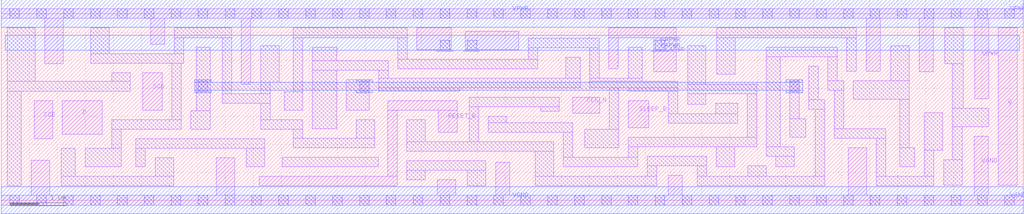
<source format=lef>
# Copyright 2020 The SkyWater PDK Authors
#
# Licensed under the Apache License, Version 2.0 (the "License");
# you may not use this file except in compliance with the License.
# You may obtain a copy of the License at
#
#     https://www.apache.org/licenses/LICENSE-2.0
#
# Unless required by applicable law or agreed to in writing, software
# distributed under the License is distributed on an "AS IS" BASIS,
# WITHOUT WARRANTIES OR CONDITIONS OF ANY KIND, either express or implied.
# See the License for the specific language governing permissions and
# limitations under the License.
#
# SPDX-License-Identifier: Apache-2.0

VERSION 5.7 ;
  NAMESCASESENSITIVE ON ;
  NOWIREEXTENSIONATPIN ON ;
  DIVIDERCHAR "/" ;
  BUSBITCHARS "[]" ;
UNITS
  DATABASE MICRONS 200 ;
END UNITS
MACRO sky130_fd_sc_lp__srsdfrtn_1
  CLASS CORE ;
  SOURCE USER ;
  FOREIGN sky130_fd_sc_lp__srsdfrtn_1 ;
  ORIGIN  0.000000  0.000000 ;
  SIZE  18.24000 BY  3.330000 ;
  SYMMETRY X Y R90 ;
  SITE unit ;
  PIN D
    ANTENNAGATEAREA  0.159000 ;
    DIRECTION INPUT ;
    USE SIGNAL ;
    PORT
      LAYER li1 ;
        RECT 1.085000 1.180000 1.805000 1.780000 ;
    END
  END D
  PIN Q
    ANTENNADIFFAREA  0.585900 ;
    DIRECTION OUTPUT ;
    USE SIGNAL ;
    PORT
      LAYER li1 ;
        RECT 17.795000 0.265000 18.135000 3.075000 ;
    END
  END Q
  PIN RESET_B
    ANTENNAGATEAREA  0.598000 ;
    DIRECTION INPUT ;
    USE SIGNAL ;
    PORT
      LAYER li1 ;
        RECT 4.605000 0.255000 7.070000 0.425000 ;
        RECT 6.900000 0.425000 7.070000 1.610000 ;
        RECT 6.900000 1.610000 8.140000 1.780000 ;
        RECT 7.805000 1.215000 8.140000 1.610000 ;
    END
  END RESET_B
  PIN SCD
    ANTENNAGATEAREA  0.159000 ;
    DIRECTION INPUT ;
    USE SIGNAL ;
    PORT
      LAYER li1 ;
        RECT 2.525000 1.605000 2.870000 2.275000 ;
    END
  END SCD
  PIN SCE
    ANTENNAGATEAREA  0.318000 ;
    DIRECTION INPUT ;
    USE SIGNAL ;
    PORT
      LAYER li1 ;
        RECT 0.585000 1.095000 0.915000 1.780000 ;
    END
  END SCE
  PIN SLEEP_B
    ANTENNAGATEAREA  0.598000 ;
    DIRECTION INPUT ;
    USE SIGNAL ;
    PORT
      LAYER li1 ;
        RECT 11.195000 1.295000 11.560000 1.780000 ;
    END
  END SLEEP_B
  PIN CLK_N
    ANTENNAGATEAREA  0.159000 ;
    DIRECTION INPUT ;
    USE CLOCK ;
    PORT
      LAYER li1 ;
        RECT 10.205000 1.555000 10.685000 1.840000 ;
    END
  END CLK_N
  PIN KAPWR
    DIRECTION INOUT ;
    USE POWER ;
    PORT
      LAYER li1 ;
        RECT  7.415000 2.690000  8.035000 3.075000 ;
        RECT  8.285000 2.690000  9.240000 3.020000 ;
        RECT 10.845000 2.350000 11.015000 2.905000 ;
        RECT 10.845000 2.905000 12.050000 3.075000 ;
        RECT 11.645000 2.290000 12.050000 2.905000 ;
      LAYER mcon ;
        RECT  7.835000 2.690000  8.005000 2.860000 ;
        RECT  8.315000 2.690000  8.485000 2.860000 ;
        RECT 11.675000 2.690000 11.845000 2.860000 ;
      LAYER met1 ;
        RECT  0.070000 2.675000 18.170000 2.945000 ;
        RECT  7.775000 2.660000  8.065000 2.675000 ;
        RECT  8.255000 2.660000  8.545000 2.675000 ;
        RECT 11.615000 2.660000 11.905000 2.675000 ;
    END
  END KAPWR
  PIN VGND
    DIRECTION INOUT ;
    USE GROUND ;
    PORT
      LAYER li1 ;
        RECT  0.000000 -0.085000 18.240000 0.085000 ;
        RECT  0.535000  0.085000  0.865000 0.715000 ;
        RECT  3.835000  0.085000  4.165000 0.755000 ;
        RECT  7.780000  0.085000  8.110000 0.365000 ;
        RECT  8.825000  0.085000  9.075000 0.675000 ;
        RECT 11.910000  0.085000 12.160000 0.445000 ;
        RECT 15.120000  0.085000 15.450000 0.935000 ;
        RECT 17.365000  0.085000 17.615000 1.145000 ;
      LAYER mcon ;
        RECT  0.155000 -0.085000  0.325000 0.085000 ;
        RECT  0.635000 -0.085000  0.805000 0.085000 ;
        RECT  1.115000 -0.085000  1.285000 0.085000 ;
        RECT  1.595000 -0.085000  1.765000 0.085000 ;
        RECT  2.075000 -0.085000  2.245000 0.085000 ;
        RECT  2.555000 -0.085000  2.725000 0.085000 ;
        RECT  3.035000 -0.085000  3.205000 0.085000 ;
        RECT  3.515000 -0.085000  3.685000 0.085000 ;
        RECT  3.995000 -0.085000  4.165000 0.085000 ;
        RECT  4.475000 -0.085000  4.645000 0.085000 ;
        RECT  4.955000 -0.085000  5.125000 0.085000 ;
        RECT  5.435000 -0.085000  5.605000 0.085000 ;
        RECT  5.915000 -0.085000  6.085000 0.085000 ;
        RECT  6.395000 -0.085000  6.565000 0.085000 ;
        RECT  6.875000 -0.085000  7.045000 0.085000 ;
        RECT  7.355000 -0.085000  7.525000 0.085000 ;
        RECT  7.835000 -0.085000  8.005000 0.085000 ;
        RECT  8.315000 -0.085000  8.485000 0.085000 ;
        RECT  8.795000 -0.085000  8.965000 0.085000 ;
        RECT  9.275000 -0.085000  9.445000 0.085000 ;
        RECT  9.755000 -0.085000  9.925000 0.085000 ;
        RECT 10.235000 -0.085000 10.405000 0.085000 ;
        RECT 10.715000 -0.085000 10.885000 0.085000 ;
        RECT 11.195000 -0.085000 11.365000 0.085000 ;
        RECT 11.675000 -0.085000 11.845000 0.085000 ;
        RECT 12.155000 -0.085000 12.325000 0.085000 ;
        RECT 12.635000 -0.085000 12.805000 0.085000 ;
        RECT 13.115000 -0.085000 13.285000 0.085000 ;
        RECT 13.595000 -0.085000 13.765000 0.085000 ;
        RECT 14.075000 -0.085000 14.245000 0.085000 ;
        RECT 14.555000 -0.085000 14.725000 0.085000 ;
        RECT 15.035000 -0.085000 15.205000 0.085000 ;
        RECT 15.515000 -0.085000 15.685000 0.085000 ;
        RECT 15.995000 -0.085000 16.165000 0.085000 ;
        RECT 16.475000 -0.085000 16.645000 0.085000 ;
        RECT 16.955000 -0.085000 17.125000 0.085000 ;
        RECT 17.435000 -0.085000 17.605000 0.085000 ;
        RECT 17.915000 -0.085000 18.085000 0.085000 ;
      LAYER met1 ;
        RECT 0.000000 -0.245000 18.240000 0.245000 ;
    END
  END VGND
  PIN VPWR
    DIRECTION INOUT ;
    USE POWER ;
    PORT
      LAYER li1 ;
        RECT  0.000000 3.245000 18.240000 3.415000 ;
        RECT  0.780000 2.435000  1.110000 3.245000 ;
        RECT  2.670000 2.785000  2.920000 3.245000 ;
        RECT  4.285000 2.075000  4.455000 3.245000 ;
        RECT 15.445000 2.305000 15.695000 3.245000 ;
        RECT 16.385000 2.295000 16.635000 3.245000 ;
        RECT 17.375000 1.815000 17.625000 3.245000 ;
      LAYER mcon ;
        RECT  0.155000 3.245000  0.325000 3.415000 ;
        RECT  0.635000 3.245000  0.805000 3.415000 ;
        RECT  1.115000 3.245000  1.285000 3.415000 ;
        RECT  1.595000 3.245000  1.765000 3.415000 ;
        RECT  2.075000 3.245000  2.245000 3.415000 ;
        RECT  2.555000 3.245000  2.725000 3.415000 ;
        RECT  3.035000 3.245000  3.205000 3.415000 ;
        RECT  3.515000 3.245000  3.685000 3.415000 ;
        RECT  3.995000 3.245000  4.165000 3.415000 ;
        RECT  4.475000 3.245000  4.645000 3.415000 ;
        RECT  4.955000 3.245000  5.125000 3.415000 ;
        RECT  5.435000 3.245000  5.605000 3.415000 ;
        RECT  5.915000 3.245000  6.085000 3.415000 ;
        RECT  6.395000 3.245000  6.565000 3.415000 ;
        RECT  6.875000 3.245000  7.045000 3.415000 ;
        RECT  7.355000 3.245000  7.525000 3.415000 ;
        RECT  7.835000 3.245000  8.005000 3.415000 ;
        RECT  8.315000 3.245000  8.485000 3.415000 ;
        RECT  8.795000 3.245000  8.965000 3.415000 ;
        RECT  9.275000 3.245000  9.445000 3.415000 ;
        RECT  9.755000 3.245000  9.925000 3.415000 ;
        RECT 10.235000 3.245000 10.405000 3.415000 ;
        RECT 10.715000 3.245000 10.885000 3.415000 ;
        RECT 11.195000 3.245000 11.365000 3.415000 ;
        RECT 11.675000 3.245000 11.845000 3.415000 ;
        RECT 12.155000 3.245000 12.325000 3.415000 ;
        RECT 12.635000 3.245000 12.805000 3.415000 ;
        RECT 13.115000 3.245000 13.285000 3.415000 ;
        RECT 13.595000 3.245000 13.765000 3.415000 ;
        RECT 14.075000 3.245000 14.245000 3.415000 ;
        RECT 14.555000 3.245000 14.725000 3.415000 ;
        RECT 15.035000 3.245000 15.205000 3.415000 ;
        RECT 15.515000 3.245000 15.685000 3.415000 ;
        RECT 15.995000 3.245000 16.165000 3.415000 ;
        RECT 16.475000 3.245000 16.645000 3.415000 ;
        RECT 16.955000 3.245000 17.125000 3.415000 ;
        RECT 17.435000 3.245000 17.605000 3.415000 ;
        RECT 17.915000 3.245000 18.085000 3.415000 ;
      LAYER met1 ;
        RECT 0.000000 3.085000 18.240000 3.575000 ;
    END
  END VPWR
  OBS
    LAYER li1 ;
      RECT  0.105000 0.255000  0.355000 1.950000 ;
      RECT  0.105000 1.950000  2.305000 2.120000 ;
      RECT  0.105000 2.120000  0.610000 3.075000 ;
      RECT  1.070000 0.255000  3.080000 0.425000 ;
      RECT  1.070000 0.425000  1.320000 0.925000 ;
      RECT  1.500000 0.595000  2.145000 0.925000 ;
      RECT  1.600000 2.445000  3.260000 2.615000 ;
      RECT  1.600000 2.615000  1.930000 3.075000 ;
      RECT  1.975000 0.925000  2.145000 1.265000 ;
      RECT  1.975000 1.265000  3.210000 1.435000 ;
      RECT  1.975000 1.945000  2.305000 1.950000 ;
      RECT  1.975000 2.120000  2.305000 2.275000 ;
      RECT  2.400000 0.595000  2.570000 0.925000 ;
      RECT  2.400000 0.925000  4.700000 1.095000 ;
      RECT  2.750000 0.425000  3.080000 0.755000 ;
      RECT  3.040000 1.435000  3.210000 2.445000 ;
      RECT  3.090000 2.615000  3.260000 2.905000 ;
      RECT  3.090000 2.905000  4.115000 3.075000 ;
      RECT  3.380000 1.265000  3.735000 1.595000 ;
      RECT  3.485000 1.595000  3.735000 2.735000 ;
      RECT  3.945000 1.735000  4.805000 1.905000 ;
      RECT  3.945000 1.905000  4.115000 2.905000 ;
      RECT  4.370000 0.595000  4.700000 0.925000 ;
      RECT  4.635000 1.265000  5.380000 1.435000 ;
      RECT  4.635000 1.435000  4.805000 1.735000 ;
      RECT  4.635000 1.905000  4.805000 2.105000 ;
      RECT  4.635000 2.105000  4.965000 2.755000 ;
      RECT  5.015000 0.595000  6.730000 0.765000 ;
      RECT  5.050000 1.605000  5.380000 1.935000 ;
      RECT  5.210000 0.935000  6.670000 1.105000 ;
      RECT  5.210000 1.105000  5.380000 1.265000 ;
      RECT  5.210000 1.935000  5.380000 2.905000 ;
      RECT  5.210000 2.905000  7.245000 3.075000 ;
      RECT  5.550000 1.275000  5.985000 2.320000 ;
      RECT  5.550000 2.320000  6.905000 2.490000 ;
      RECT  5.550000 2.490000  5.985000 2.735000 ;
      RECT  6.155000 1.605000  6.565000 2.150000 ;
      RECT  6.340000 1.105000  6.670000 1.435000 ;
      RECT  6.735000 1.950000  8.185000 2.010000 ;
      RECT  6.735000 2.010000 10.335000 2.180000 ;
      RECT  6.735000 2.180000  6.905000 2.320000 ;
      RECT  7.075000 2.350000  9.580000 2.520000 ;
      RECT  7.075000 2.520000  7.245000 2.905000 ;
      RECT  7.240000 0.365000  7.570000 0.535000 ;
      RECT  7.240000 0.535000  8.645000 0.705000 ;
      RECT  7.240000 0.875000  9.865000 1.045000 ;
      RECT  7.240000 1.045000  7.570000 1.440000 ;
      RECT  8.315000 0.255000  8.645000 0.535000 ;
      RECT  8.355000 1.045000  8.525000 1.670000 ;
      RECT  8.355000 1.670000  9.960000 1.840000 ;
      RECT  8.695000 1.215000 10.205000 1.385000 ;
      RECT  8.695000 1.385000  9.025000 1.500000 ;
      RECT  9.410000 2.520000  9.580000 2.725000 ;
      RECT  9.410000 2.725000 10.675000 2.895000 ;
      RECT  9.535000 0.255000 11.705000 0.425000 ;
      RECT  9.535000 0.425000  9.865000 0.875000 ;
      RECT  9.630000 1.590000  9.960000 1.670000 ;
      RECT 10.035000 0.595000 11.365000 0.765000 ;
      RECT 10.035000 0.765000 10.205000 1.215000 ;
      RECT 10.080000 2.180000 10.335000 2.555000 ;
      RECT 10.420000 0.935000 11.025000 1.265000 ;
      RECT 10.505000 2.010000 12.080000 2.120000 ;
      RECT 10.505000 2.120000 11.445000 2.180000 ;
      RECT 10.505000 2.180000 10.675000 2.725000 ;
      RECT 10.855000 1.265000 11.025000 2.010000 ;
      RECT 11.195000 0.765000 11.365000 0.955000 ;
      RECT 11.195000 0.955000 13.485000 1.125000 ;
      RECT 11.195000 1.950000 12.080000 2.010000 ;
      RECT 11.195000 2.180000 11.445000 2.735000 ;
      RECT 11.535000 0.425000 11.705000 0.615000 ;
      RECT 11.535000 0.615000 12.595000 0.785000 ;
      RECT 11.910000 1.375000 13.145000 1.545000 ;
      RECT 11.910000 1.545000 12.080000 1.950000 ;
      RECT 12.250000 1.715000 12.580000 1.905000 ;
      RECT 12.250000 1.905000 13.485000 2.075000 ;
      RECT 12.250000 2.075000 12.580000 2.755000 ;
      RECT 12.425000 0.255000 14.700000 0.425000 ;
      RECT 12.425000 0.425000 12.595000 0.615000 ;
      RECT 12.750000 1.545000 13.145000 1.735000 ;
      RECT 12.765000 0.595000 13.095000 0.955000 ;
      RECT 12.770000 2.245000 13.100000 2.905000 ;
      RECT 12.770000 2.905000 15.265000 3.075000 ;
      RECT 13.315000 1.125000 13.485000 1.905000 ;
      RECT 13.325000 0.425000 13.655000 0.615000 ;
      RECT 13.655000 0.785000 14.155000 0.955000 ;
      RECT 13.655000 0.955000 13.905000 2.565000 ;
      RECT 13.655000 2.565000 14.925000 2.735000 ;
      RECT 13.825000 0.595000 14.155000 0.785000 ;
      RECT 14.075000 1.125000 14.360000 1.455000 ;
      RECT 14.075000 1.455000 14.245000 2.150000 ;
      RECT 14.415000 1.625000 14.700000 1.795000 ;
      RECT 14.415000 1.795000 14.585000 2.395000 ;
      RECT 14.530000 0.425000 14.700000 1.625000 ;
      RECT 14.755000 1.965000 15.040000 2.135000 ;
      RECT 14.755000 2.135000 14.925000 2.565000 ;
      RECT 14.870000 1.105000 15.790000 1.275000 ;
      RECT 14.870000 1.275000 15.040000 1.965000 ;
      RECT 15.095000 2.305000 15.265000 2.905000 ;
      RECT 15.210000 1.805000 16.205000 2.135000 ;
      RECT 15.620000 0.255000 16.650000 0.425000 ;
      RECT 15.620000 0.425000 15.790000 1.105000 ;
      RECT 15.875000 2.135000 16.205000 2.755000 ;
      RECT 16.035000 0.595000 16.305000 0.935000 ;
      RECT 16.035000 0.935000 16.205000 1.805000 ;
      RECT 16.480000 0.425000 16.650000 0.895000 ;
      RECT 16.480000 0.895000 16.810000 1.565000 ;
      RECT 16.820000 0.265000 17.150000 0.725000 ;
      RECT 16.840000 2.435000 17.170000 3.075000 ;
      RECT 16.980000 0.725000 17.150000 1.315000 ;
      RECT 16.980000 1.315000 17.625000 1.645000 ;
      RECT 16.980000 1.645000 17.170000 2.435000 ;
    LAYER mcon ;
      RECT  3.515000 1.950000  3.685000 2.120000 ;
      RECT  6.395000 1.950000  6.565000 2.120000 ;
      RECT 14.075000 1.950000 14.245000 2.120000 ;
    LAYER met1 ;
      RECT  3.455000 1.920000  3.745000 1.965000 ;
      RECT  3.455000 1.965000 14.305000 2.105000 ;
      RECT  3.455000 2.105000  3.745000 2.150000 ;
      RECT  6.335000 1.920000  6.625000 1.965000 ;
      RECT  6.335000 2.105000  6.625000 2.150000 ;
      RECT 14.015000 1.920000 14.305000 1.965000 ;
      RECT 14.015000 2.105000 14.305000 2.150000 ;
  END
END sky130_fd_sc_lp__srsdfrtn_1

</source>
